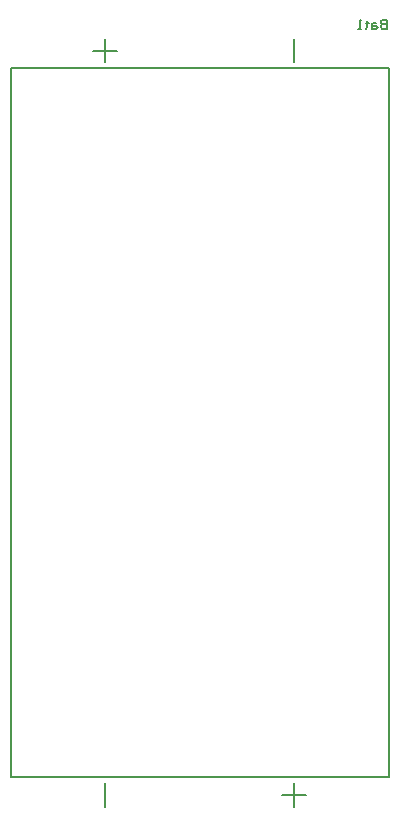
<source format=gbo>
%FSLAX25Y25*%
%MOIN*%
G70*
G01*
G75*
G04 Layer_Color=32896*
%ADD10R,0.03937X0.05906*%
%ADD11C,0.01000*%
%ADD12C,0.03000*%
%ADD13C,0.04724*%
%ADD14R,0.04724X0.04724*%
%ADD15C,0.12000*%
G04:AMPARAMS|DCode=16|XSize=82.68mil|YSize=82.68mil|CornerRadius=0mil|HoleSize=0mil|Usage=FLASHONLY|Rotation=90.000|XOffset=0mil|YOffset=0mil|HoleType=Round|Shape=Octagon|*
%AMOCTAGOND16*
4,1,8,0.02067,0.04134,-0.02067,0.04134,-0.04134,0.02067,-0.04134,-0.02067,-0.02067,-0.04134,0.02067,-0.04134,0.04134,-0.02067,0.04134,0.02067,0.02067,0.04134,0.0*
%
%ADD16OCTAGOND16*%

%ADD17C,0.03937*%
%ADD18C,0.05000*%
%ADD19C,0.00500*%
%ADD20C,0.00600*%
%ADD21R,0.04737X0.06706*%
%ADD22C,0.05524*%
%ADD23R,0.05524X0.05524*%
%ADD24C,0.12800*%
G04:AMPARAMS|DCode=25|XSize=90.68mil|YSize=90.68mil|CornerRadius=0mil|HoleSize=0mil|Usage=FLASHONLY|Rotation=90.000|XOffset=0mil|YOffset=0mil|HoleType=Round|Shape=Octagon|*
%AMOCTAGOND25*
4,1,8,0.02267,0.04534,-0.02267,0.04534,-0.04534,0.02267,-0.04534,-0.02267,-0.02267,-0.04534,0.02267,-0.04534,0.04534,-0.02267,0.04534,0.02267,0.02267,0.04534,0.0*
%
%ADD25OCTAGOND25*%

%ADD26C,0.04737*%
%ADD27C,0.05800*%
%ADD28C,0.00787*%
D19*
X138322Y251708D02*
Y259582D01*
X71393Y255645D02*
X79267D01*
X75330Y251708D02*
Y259582D01*
Y3676D02*
Y11550D01*
X134385Y7613D02*
X142259D01*
X138322Y3676D02*
Y11550D01*
X169176Y265878D02*
Y262879D01*
X167677D01*
X167177Y263379D01*
Y263878D01*
X167677Y264378D01*
X169176D01*
X167677D01*
X167177Y264878D01*
Y265378D01*
X167677Y265878D01*
X169176D01*
X165677Y264878D02*
X164678D01*
X164178Y264378D01*
Y262879D01*
X165677D01*
X166177Y263379D01*
X165677Y263878D01*
X164178D01*
X162678Y265378D02*
Y264878D01*
X163178D01*
X162179D01*
X162678D01*
Y263379D01*
X162179Y262879D01*
X160679D02*
X159679D01*
X160179D01*
Y265878D01*
X160679Y265378D01*
D28*
X169818Y13519D02*
Y249739D01*
X43834D02*
X169818D01*
X43834Y13519D02*
Y249739D01*
Y13519D02*
X169818D01*
M02*

</source>
